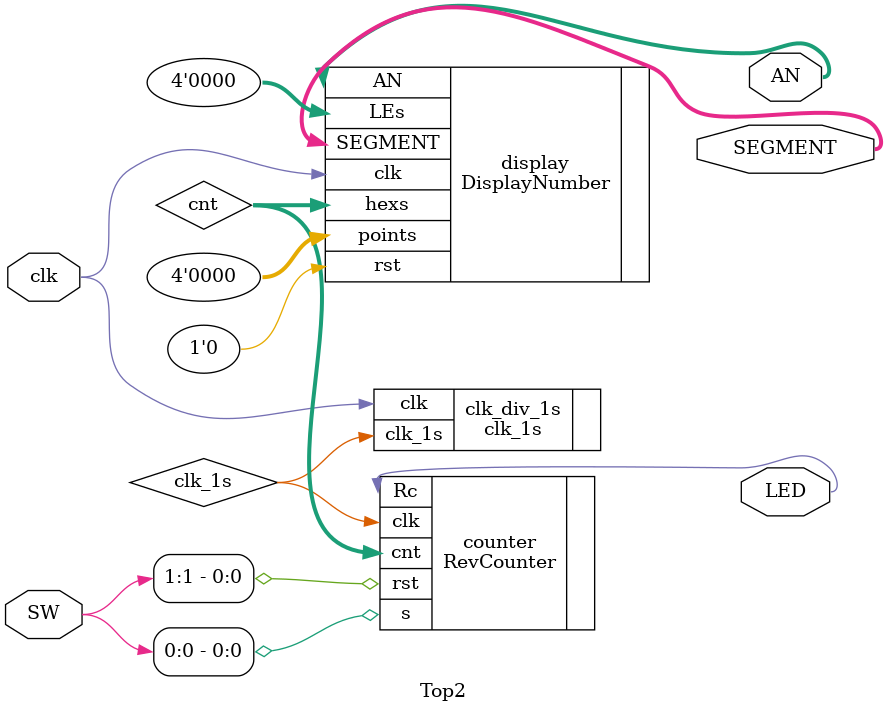
<source format=v>
module Top2( 
    input wire clk,
    input wire [1:0] SW,
    output wire LED,
    output wire [7:0] SEGMENT,
    output wire [3:0] AN
);

    wire[15:0] cnt;
    wire [3:0] Hex;
    wire clk_1s;

    /* module clk_100ms at submodules/clk_1s.v */
    clk_1s clk_div_1s (.clk(clk), .clk_1s(clk_1s));

    /* You need to implement module RevCounter */
    RevCounter counter(.clk(clk_1s), .rst(SW[1]), .s(SW[0]), .cnt(cnt), .Rc(LED));

    // Please replace module below with your module completed in Lab **7**
    // imoprt submodules for module DisplayNumber from your prev. project
    DisplayNumber display(.clk(clk), .rst(1'b0), .hexs(cnt), .LEs(4'b0000), .points(4'b0000), .AN(AN), .SEGMENT(SEGMENT));

endmodule

</source>
